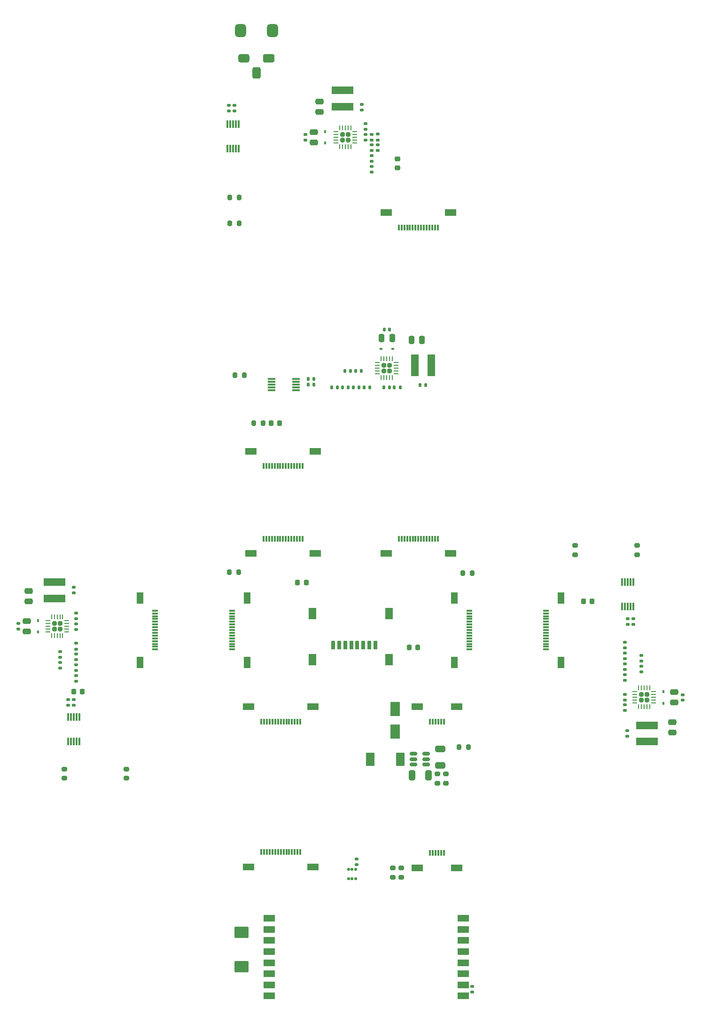
<source format=gbp>
G04 #@! TF.GenerationSoftware,KiCad,Pcbnew,(6.0.9)*
G04 #@! TF.CreationDate,2023-04-21T13:17:04-03:00*
G04 #@! TF.ProjectId,PANEL-COMPLETE,50414e45-4c2d-4434-9f4d-504c4554452e,Rev 3*
G04 #@! TF.SameCoordinates,Original*
G04 #@! TF.FileFunction,Paste,Bot*
G04 #@! TF.FilePolarity,Positive*
%FSLAX46Y46*%
G04 Gerber Fmt 4.6, Leading zero omitted, Abs format (unit mm)*
G04 Created by KiCad (PCBNEW (6.0.9)) date 2023-04-21 13:17:04*
%MOMM*%
%LPD*%
G01*
G04 APERTURE LIST*
G04 Aperture macros list*
%AMRoundRect*
0 Rectangle with rounded corners*
0 $1 Rounding radius*
0 $2 $3 $4 $5 $6 $7 $8 $9 X,Y pos of 4 corners*
0 Add a 4 corners polygon primitive as box body*
4,1,4,$2,$3,$4,$5,$6,$7,$8,$9,$2,$3,0*
0 Add four circle primitives for the rounded corners*
1,1,$1+$1,$2,$3*
1,1,$1+$1,$4,$5*
1,1,$1+$1,$6,$7*
1,1,$1+$1,$8,$9*
0 Add four rect primitives between the rounded corners*
20,1,$1+$1,$2,$3,$4,$5,0*
20,1,$1+$1,$4,$5,$6,$7,0*
20,1,$1+$1,$6,$7,$8,$9,0*
20,1,$1+$1,$8,$9,$2,$3,0*%
G04 Aperture macros list end*
%ADD10R,0.300000X1.000000*%
%ADD11R,2.000000X1.300000*%
%ADD12RoundRect,0.140000X-0.170000X0.140000X-0.170000X-0.140000X0.170000X-0.140000X0.170000X0.140000X0*%
%ADD13RoundRect,0.250000X0.475000X-0.250000X0.475000X0.250000X-0.475000X0.250000X-0.475000X-0.250000X0*%
%ADD14RoundRect,0.200000X0.200000X0.275000X-0.200000X0.275000X-0.200000X-0.275000X0.200000X-0.275000X0*%
%ADD15RoundRect,0.135000X0.185000X-0.135000X0.185000X0.135000X-0.185000X0.135000X-0.185000X-0.135000X0*%
%ADD16RoundRect,0.250000X0.325000X0.650000X-0.325000X0.650000X-0.325000X-0.650000X0.325000X-0.650000X0*%
%ADD17RoundRect,0.202500X0.202500X-0.202500X0.202500X0.202500X-0.202500X0.202500X-0.202500X-0.202500X0*%
%ADD18RoundRect,0.062500X0.062500X-0.375000X0.062500X0.375000X-0.062500X0.375000X-0.062500X-0.375000X0*%
%ADD19RoundRect,0.062500X0.375000X-0.062500X0.375000X0.062500X-0.375000X0.062500X-0.375000X-0.062500X0*%
%ADD20RoundRect,0.218750X0.256250X-0.218750X0.256250X0.218750X-0.256250X0.218750X-0.256250X-0.218750X0*%
%ADD21RoundRect,0.135000X-0.135000X-0.185000X0.135000X-0.185000X0.135000X0.185000X-0.135000X0.185000X0*%
%ADD22RoundRect,0.250000X-0.650000X0.325000X-0.650000X-0.325000X0.650000X-0.325000X0.650000X0.325000X0*%
%ADD23RoundRect,0.135000X-0.185000X0.135000X-0.185000X-0.135000X0.185000X-0.135000X0.185000X0.135000X0*%
%ADD24R,0.300000X1.400000*%
%ADD25RoundRect,0.135000X0.135000X0.185000X-0.135000X0.185000X-0.135000X-0.185000X0.135000X-0.185000X0*%
%ADD26RoundRect,0.200000X-0.275000X0.200000X-0.275000X-0.200000X0.275000X-0.200000X0.275000X0.200000X0*%
%ADD27RoundRect,0.200000X0.275000X-0.200000X0.275000X0.200000X-0.275000X0.200000X-0.275000X-0.200000X0*%
%ADD28R,3.890000X1.450000*%
%ADD29R,0.450000X0.600000*%
%ADD30R,1.000000X0.300000*%
%ADD31R,1.300000X2.000000*%
%ADD32RoundRect,0.140000X0.170000X-0.140000X0.170000X0.140000X-0.170000X0.140000X-0.170000X-0.140000X0*%
%ADD33RoundRect,0.250000X-1.025000X0.787500X-1.025000X-0.787500X1.025000X-0.787500X1.025000X0.787500X0*%
%ADD34R,1.400000X0.300000*%
%ADD35RoundRect,0.250000X-0.250000X-0.475000X0.250000X-0.475000X0.250000X0.475000X-0.250000X0.475000X0*%
%ADD36RoundRect,0.218750X0.218750X0.256250X-0.218750X0.256250X-0.218750X-0.256250X0.218750X-0.256250X0*%
%ADD37RoundRect,0.140000X0.140000X0.170000X-0.140000X0.170000X-0.140000X-0.170000X0.140000X-0.170000X0*%
%ADD38R,1.450000X3.890000*%
%ADD39RoundRect,0.200000X-0.200000X-0.275000X0.200000X-0.275000X0.200000X0.275000X-0.200000X0.275000X0*%
%ADD40R,0.600000X0.450000*%
%ADD41RoundRect,0.202500X0.202500X0.202500X-0.202500X0.202500X-0.202500X-0.202500X0.202500X-0.202500X0*%
%ADD42RoundRect,0.062500X0.375000X0.062500X-0.375000X0.062500X-0.375000X-0.062500X0.375000X-0.062500X0*%
%ADD43RoundRect,0.062500X0.062500X0.375000X-0.062500X0.375000X-0.062500X-0.375000X0.062500X-0.375000X0*%
%ADD44RoundRect,0.150000X0.512500X0.150000X-0.512500X0.150000X-0.512500X-0.150000X0.512500X-0.150000X0*%
%ADD45RoundRect,0.140000X-0.140000X-0.170000X0.140000X-0.170000X0.140000X0.170000X-0.140000X0.170000X0*%
%ADD46R,0.800000X1.500000*%
%ADD47R,1.450000X2.000000*%
%ADD48R,1.800000X2.500000*%
%ADD49RoundRect,0.500000X-0.500000X0.650000X-0.500000X-0.650000X0.500000X-0.650000X0.500000X0.650000X0*%
%ADD50RoundRect,0.375000X-0.375000X0.675000X-0.375000X-0.675000X0.375000X-0.675000X0.375000X0.675000X0*%
%ADD51RoundRect,0.385000X-0.665000X0.385000X-0.665000X-0.385000X0.665000X-0.385000X0.665000X0.385000X0*%
%ADD52RoundRect,0.375000X-0.625000X0.375000X-0.625000X-0.375000X0.625000X-0.375000X0.625000X0.375000X0*%
%ADD53RoundRect,0.202500X-0.202500X0.202500X-0.202500X-0.202500X0.202500X-0.202500X0.202500X0.202500X0*%
%ADD54RoundRect,0.062500X-0.062500X0.375000X-0.062500X-0.375000X0.062500X-0.375000X0.062500X0.375000X0*%
%ADD55RoundRect,0.062500X-0.375000X0.062500X-0.375000X-0.062500X0.375000X-0.062500X0.375000X0.062500X0*%
%ADD56RoundRect,0.250000X-0.475000X0.250000X-0.475000X-0.250000X0.475000X-0.250000X0.475000X0.250000X0*%
%ADD57RoundRect,0.125000X-0.125000X-0.125000X0.125000X-0.125000X0.125000X0.125000X-0.125000X0.125000X0*%
%ADD58RoundRect,0.218750X-0.218750X-0.256250X0.218750X-0.256250X0.218750X0.256250X-0.218750X0.256250X0*%
%ADD59RoundRect,0.250000X0.250000X0.475000X-0.250000X0.475000X-0.250000X-0.475000X0.250000X-0.475000X0*%
%ADD60R,1.500000X2.400000*%
G04 APERTURE END LIST*
D10*
X212679400Y-99254600D03*
X213179400Y-99254600D03*
X213679400Y-99254600D03*
X214179400Y-99254600D03*
X214679400Y-99254600D03*
X215179400Y-99254600D03*
X215679400Y-99254600D03*
X216179400Y-99254600D03*
X216679400Y-99254600D03*
X217179400Y-99254600D03*
X217679400Y-99254600D03*
X218179400Y-99254600D03*
X218679400Y-99254600D03*
X219179400Y-99254600D03*
X219679400Y-99254600D03*
D11*
X210379400Y-96554600D03*
X221979400Y-96554600D03*
D12*
X195852025Y-82522600D03*
X195852025Y-83482600D03*
D13*
X197350625Y-83962800D03*
X197350625Y-82062800D03*
D14*
X183898325Y-93878400D03*
X182248325Y-93878400D03*
D15*
X154560126Y-169687925D03*
X154560126Y-168667925D03*
X151617650Y-178603325D03*
X151617650Y-177583325D03*
D16*
X217984600Y-197942200D03*
X215034600Y-197942200D03*
D17*
X257373850Y-184367925D03*
X257373850Y-183367925D03*
X256373850Y-183367925D03*
X256373850Y-184367925D03*
D18*
X257873850Y-185555425D03*
X257373850Y-185555425D03*
X256873850Y-185555425D03*
X256373850Y-185555425D03*
X255873850Y-185555425D03*
D19*
X255186350Y-184867925D03*
X255186350Y-184367925D03*
X255186350Y-183867925D03*
X255186350Y-183367925D03*
X255186350Y-182867925D03*
D18*
X255873850Y-182180425D03*
X256373850Y-182180425D03*
X256873850Y-182180425D03*
X257373850Y-182180425D03*
X257873850Y-182180425D03*
D19*
X258561350Y-182867925D03*
X258561350Y-183367925D03*
X258561350Y-183867925D03*
X258561350Y-184367925D03*
X258561350Y-184867925D03*
D20*
X212471000Y-88493700D03*
X212471000Y-86918700D03*
D21*
X209954200Y-128037476D03*
X210974200Y-128037476D03*
D22*
X220167200Y-193165200D03*
X220167200Y-196115200D03*
D23*
X207787525Y-86330600D03*
X207787525Y-87350600D03*
X182080225Y-77214000D03*
X182080225Y-78234000D03*
D21*
X204899600Y-125095000D03*
X205919600Y-125095000D03*
D23*
X205030200Y-212941682D03*
X205030200Y-213961682D03*
D10*
X187918925Y-188208854D03*
X188418925Y-188208854D03*
X188918925Y-188208854D03*
X189418925Y-188208854D03*
X189918925Y-188208854D03*
X190418925Y-188208854D03*
X190918925Y-188208854D03*
X191418925Y-188208854D03*
X191918925Y-188208854D03*
X192418925Y-188208854D03*
X192918925Y-188208854D03*
X193418925Y-188208854D03*
X193918925Y-188208854D03*
X194418925Y-188208854D03*
X194918925Y-188208854D03*
D11*
X185618925Y-185508854D03*
X197218925Y-185508854D03*
D24*
X155085103Y-191843725D03*
X154585103Y-191843725D03*
X154085103Y-191843725D03*
X153585103Y-191843725D03*
X153085103Y-191843725D03*
X153085103Y-187443725D03*
X153585103Y-187443725D03*
X154085103Y-187443725D03*
X154585103Y-187443725D03*
X155085103Y-187443725D03*
D12*
X253847597Y-189892325D03*
X253847597Y-190852325D03*
D25*
X205487800Y-128037476D03*
X204467800Y-128037476D03*
D23*
X154560126Y-179945525D03*
X154560126Y-180965525D03*
D26*
X221183200Y-197676000D03*
X221183200Y-199326000D03*
D10*
X194918925Y-211743925D03*
X194418925Y-211743925D03*
X193918925Y-211743925D03*
X193418925Y-211743925D03*
X192918925Y-211743925D03*
X192418925Y-211743925D03*
X191918925Y-211743925D03*
X191418925Y-211743925D03*
X190918925Y-211743925D03*
X190418925Y-211743925D03*
X189918925Y-211743925D03*
X189418925Y-211743925D03*
X188918925Y-211743925D03*
X188418925Y-211743925D03*
X187918925Y-211743925D03*
D11*
X197218925Y-214443925D03*
X185618925Y-214443925D03*
D15*
X254914397Y-170693925D03*
X254914397Y-169673925D03*
D27*
X211632800Y-216242400D03*
X211632800Y-214592400D03*
D28*
X202506825Y-77475600D03*
X202506825Y-74525600D03*
D25*
X207420200Y-128037476D03*
X206400200Y-128037476D03*
D10*
X219690325Y-155274325D03*
X219190325Y-155274325D03*
X218690325Y-155274325D03*
X218190325Y-155274325D03*
X217690325Y-155274325D03*
X217190325Y-155274325D03*
X216690325Y-155274325D03*
X216190325Y-155274325D03*
X215690325Y-155274325D03*
X215190325Y-155274325D03*
X214690325Y-155274325D03*
X214190325Y-155274325D03*
X213690325Y-155274325D03*
X213190325Y-155274325D03*
X212690325Y-155274325D03*
D11*
X221990325Y-157974325D03*
X210390325Y-157974325D03*
D23*
X208862925Y-82456200D03*
X208862925Y-83476200D03*
X206705552Y-82477400D03*
X206705552Y-83497400D03*
D10*
X220812125Y-211843925D03*
X220312125Y-211843925D03*
X219812125Y-211843925D03*
X219312125Y-211843925D03*
X218812125Y-211843925D03*
X218312125Y-211843925D03*
D11*
X223112125Y-214543925D03*
X216012125Y-214543925D03*
D10*
X188306325Y-142234125D03*
X188806325Y-142234125D03*
X189306325Y-142234125D03*
X189806325Y-142234125D03*
X190306325Y-142234125D03*
X190806325Y-142234125D03*
X191306325Y-142234125D03*
X191806325Y-142234125D03*
X192306325Y-142234125D03*
X192806325Y-142234125D03*
X193306325Y-142234125D03*
X193806325Y-142234125D03*
X194306325Y-142234125D03*
X194806325Y-142234125D03*
X195306325Y-142234125D03*
D11*
X186006325Y-139534125D03*
X197606325Y-139534125D03*
D29*
X147655250Y-172107525D03*
X147655250Y-170007525D03*
D30*
X225365600Y-175245525D03*
X225365600Y-174745525D03*
X225365600Y-174245525D03*
X225365600Y-173745525D03*
X225365600Y-173245525D03*
X225365600Y-172745525D03*
X225365600Y-172245525D03*
X225365600Y-171745525D03*
X225365600Y-171245525D03*
X225365600Y-170745525D03*
X225365600Y-170245525D03*
X225365600Y-169745525D03*
X225365600Y-169245525D03*
X225365600Y-168745525D03*
X225365600Y-168245525D03*
D31*
X222665600Y-177545525D03*
X222665600Y-165945525D03*
D32*
X263854604Y-184347925D03*
X263854604Y-183387925D03*
D23*
X154560126Y-176084725D03*
X154560126Y-177104725D03*
D25*
X201627000Y-128037476D03*
X200607000Y-128037476D03*
D15*
X151617650Y-176672925D03*
X151617650Y-175652925D03*
D23*
X154560126Y-178015125D03*
X154560126Y-179035125D03*
D14*
X183898325Y-98526600D03*
X182248325Y-98526600D03*
D21*
X202969200Y-125095000D03*
X203989200Y-125095000D03*
D33*
X184340000Y-226150000D03*
X184340000Y-232375000D03*
D29*
X199357225Y-84062800D03*
X199357225Y-81962800D03*
D23*
X253423374Y-183307125D03*
X253423374Y-184327125D03*
D27*
X219633800Y-199326000D03*
X219633800Y-197676000D03*
D15*
X225860000Y-236900000D03*
X225860000Y-235880000D03*
D34*
X189728800Y-128562453D03*
X189728800Y-128062453D03*
X189728800Y-127562453D03*
X189728800Y-127062453D03*
X189728800Y-126562453D03*
X194128800Y-126562453D03*
X194128800Y-127062453D03*
X194128800Y-127562453D03*
X194128800Y-128062453D03*
X194128800Y-128562453D03*
D30*
X168756775Y-175245525D03*
X168756775Y-174745525D03*
X168756775Y-174245525D03*
X168756775Y-173745525D03*
X168756775Y-173245525D03*
X168756775Y-172745525D03*
X168756775Y-172245525D03*
X168756775Y-171745525D03*
X168756775Y-171245525D03*
X168756775Y-170745525D03*
X168756775Y-170245525D03*
X168756775Y-169745525D03*
X168756775Y-169245525D03*
X168756775Y-168745525D03*
X168756775Y-168245525D03*
D31*
X166056775Y-177545525D03*
X166056775Y-165945525D03*
D21*
X211884600Y-128037476D03*
X212904600Y-128037476D03*
D35*
X209565000Y-119126000D03*
X211465000Y-119126000D03*
D23*
X256365850Y-178252525D03*
X256365850Y-179272525D03*
D30*
X182626725Y-168245525D03*
X182626725Y-168745525D03*
X182626725Y-169245525D03*
X182626725Y-169745525D03*
X182626725Y-170245525D03*
X182626725Y-170745525D03*
X182626725Y-171245525D03*
X182626725Y-171745525D03*
X182626725Y-172245525D03*
X182626725Y-172745525D03*
X182626725Y-173245525D03*
X182626725Y-173745525D03*
X182626725Y-174245525D03*
X182626725Y-174745525D03*
X182626725Y-175245525D03*
D31*
X185326725Y-165945525D03*
X185326725Y-177545525D03*
D23*
X153069103Y-184231525D03*
X153069103Y-185251525D03*
D36*
X155651300Y-182829200D03*
X154076300Y-182829200D03*
D25*
X197341000Y-126546453D03*
X196321000Y-126546453D03*
D29*
X260328250Y-182817925D03*
X260328250Y-184917925D03*
D14*
X183781200Y-161366200D03*
X182131200Y-161366200D03*
D37*
X210995000Y-117606246D03*
X210035000Y-117606246D03*
D13*
X145648650Y-172007525D03*
X145648650Y-170107525D03*
D26*
X255612050Y-156513175D03*
X255612050Y-158163175D03*
D38*
X215544400Y-124079000D03*
X218494400Y-124079000D03*
D12*
X144128896Y-170577525D03*
X144128896Y-171537525D03*
D24*
X252898397Y-163081725D03*
X253398397Y-163081725D03*
X253898397Y-163081725D03*
X254398397Y-163081725D03*
X254898397Y-163081725D03*
X254898397Y-167481725D03*
X254398397Y-167481725D03*
X253898397Y-167481725D03*
X253398397Y-167481725D03*
X252898397Y-167481725D03*
D32*
X206034925Y-78077000D03*
X206034925Y-77117000D03*
D15*
X253898397Y-170693925D03*
X253898397Y-169673925D03*
X253423374Y-174979925D03*
X253423374Y-173959925D03*
D23*
X207787525Y-82469800D03*
X207787525Y-83489800D03*
X207787525Y-84400200D03*
X207787525Y-85420200D03*
D39*
X183160250Y-125848800D03*
X184810250Y-125848800D03*
D15*
X253423374Y-180773125D03*
X253423374Y-179753125D03*
D23*
X207787525Y-88261000D03*
X207787525Y-89281000D03*
D32*
X154135903Y-165033125D03*
X154135903Y-164073125D03*
D23*
X208862925Y-84386600D03*
X208862925Y-85406600D03*
D39*
X223558600Y-192862200D03*
X225208600Y-192862200D03*
D40*
X209465000Y-121132600D03*
X211565000Y-121132600D03*
D41*
X211015000Y-124087000D03*
X210015000Y-124087000D03*
X211015000Y-125087000D03*
X210015000Y-125087000D03*
D42*
X212202500Y-123587000D03*
X212202500Y-124087000D03*
X212202500Y-124587000D03*
X212202500Y-125087000D03*
X212202500Y-125587000D03*
D43*
X211515000Y-126274500D03*
X211015000Y-126274500D03*
X210515000Y-126274500D03*
X210015000Y-126274500D03*
X209515000Y-126274500D03*
D42*
X208827500Y-125587000D03*
X208827500Y-125087000D03*
X208827500Y-124587000D03*
X208827500Y-124087000D03*
X208827500Y-123587000D03*
D43*
X209515000Y-122899500D03*
X210015000Y-122899500D03*
X210515000Y-122899500D03*
X211015000Y-122899500D03*
X211515000Y-122899500D03*
D36*
X216103300Y-174904400D03*
X214528300Y-174904400D03*
D44*
X217596300Y-194045800D03*
X217596300Y-194995800D03*
X217596300Y-195945800D03*
X215321300Y-195945800D03*
X215321300Y-194995800D03*
X215321300Y-194045800D03*
D45*
X216539400Y-127613253D03*
X217499400Y-127613253D03*
D46*
X200798325Y-174491589D03*
X201898325Y-174491589D03*
X202998325Y-174491589D03*
X204098325Y-174491589D03*
X205198325Y-174491589D03*
X206298325Y-174491589D03*
X207398325Y-174491589D03*
X208498325Y-174491589D03*
D47*
X210873325Y-177091589D03*
X197123325Y-177091589D03*
X197123325Y-168791589D03*
X210873325Y-168791589D03*
D48*
X211988400Y-185992000D03*
X211988400Y-189992000D03*
D25*
X203557400Y-128037476D03*
X202537400Y-128037476D03*
D49*
X189875000Y-63825000D03*
X184175000Y-63825000D03*
D50*
X187025000Y-71375000D03*
D51*
X189275000Y-68825000D03*
D52*
X184775000Y-68825000D03*
D39*
X224244400Y-161493200D03*
X225894400Y-161493200D03*
D27*
X163547450Y-198412275D03*
X163547450Y-196762275D03*
D11*
X224325000Y-223650000D03*
X224325000Y-225650000D03*
X224325000Y-227650000D03*
X224325000Y-229650000D03*
X224325000Y-231650000D03*
X224325000Y-233650000D03*
X224325000Y-235650000D03*
X224325000Y-237650000D03*
X189325000Y-237650000D03*
X189325000Y-235650000D03*
X189325000Y-233650000D03*
X189325000Y-231650000D03*
X189325000Y-229650000D03*
X189325000Y-227650000D03*
X189325000Y-225650000D03*
X189325000Y-223650000D03*
D53*
X151609650Y-170557525D03*
X150609650Y-171557525D03*
X151609650Y-171557525D03*
X150609650Y-170557525D03*
D54*
X150109650Y-169370025D03*
X150609650Y-169370025D03*
X151109650Y-169370025D03*
X151609650Y-169370025D03*
X152109650Y-169370025D03*
D55*
X152797150Y-170057525D03*
X152797150Y-170557525D03*
X152797150Y-171057525D03*
X152797150Y-171557525D03*
X152797150Y-172057525D03*
D54*
X152109650Y-172745025D03*
X151609650Y-172745025D03*
X151109650Y-172745025D03*
X150609650Y-172745025D03*
X150109650Y-172745025D03*
D55*
X149422150Y-172057525D03*
X149422150Y-171557525D03*
X149422150Y-171057525D03*
X149422150Y-170557525D03*
X149422150Y-170057525D03*
D10*
X195306325Y-155274325D03*
X194806325Y-155274325D03*
X194306325Y-155274325D03*
X193806325Y-155274325D03*
X193306325Y-155274325D03*
X192806325Y-155274325D03*
X192306325Y-155274325D03*
X191806325Y-155274325D03*
X191306325Y-155274325D03*
X190806325Y-155274325D03*
X190306325Y-155274325D03*
X189806325Y-155274325D03*
X189306325Y-155274325D03*
X188806325Y-155274325D03*
X188306325Y-155274325D03*
D11*
X197606325Y-157974325D03*
X186006325Y-157974325D03*
D53*
X203514825Y-82487400D03*
X202514825Y-82487400D03*
X203514825Y-83487400D03*
X202514825Y-83487400D03*
D54*
X202014825Y-81299900D03*
X202514825Y-81299900D03*
X203014825Y-81299900D03*
X203514825Y-81299900D03*
X204014825Y-81299900D03*
D55*
X204702325Y-81987400D03*
X204702325Y-82487400D03*
X204702325Y-82987400D03*
X204702325Y-83487400D03*
X204702325Y-83987400D03*
D54*
X204014825Y-84674900D03*
X203514825Y-84674900D03*
X203014825Y-84674900D03*
X202514825Y-84674900D03*
X202014825Y-84674900D03*
D55*
X201327325Y-83987400D03*
X201327325Y-83487400D03*
X201327325Y-82987400D03*
X201327325Y-82487400D03*
X201327325Y-81987400D03*
D23*
X154085103Y-184231525D03*
X154085103Y-185251525D03*
D56*
X198417425Y-76575600D03*
X198417425Y-78475600D03*
D25*
X197341000Y-127562453D03*
X196321000Y-127562453D03*
D57*
X203616800Y-214846800D03*
X203616800Y-216546800D03*
X204266800Y-214846800D03*
X204266800Y-216546800D03*
X204916800Y-214846800D03*
X204916800Y-216546800D03*
D10*
X218312125Y-188235925D03*
X218812125Y-188235925D03*
X219312125Y-188235925D03*
X219812125Y-188235925D03*
X220312125Y-188235925D03*
X220812125Y-188235925D03*
D11*
X216012125Y-185535925D03*
X223112125Y-185535925D03*
D28*
X150601650Y-166028125D03*
X150601650Y-163078125D03*
D24*
X183830000Y-85010000D03*
X183330000Y-85010000D03*
X182830000Y-85010000D03*
X182330000Y-85010000D03*
X181830000Y-85010000D03*
X181830000Y-80610000D03*
X182330000Y-80610000D03*
X182830000Y-80610000D03*
X183330000Y-80610000D03*
X183830000Y-80610000D03*
D36*
X191211300Y-134467600D03*
X189636300Y-134467600D03*
D28*
X257381850Y-188897325D03*
X257381850Y-191847325D03*
D27*
X213156800Y-216242400D03*
X213156800Y-214592400D03*
D15*
X253423374Y-178840725D03*
X253423374Y-177820725D03*
D58*
X194436900Y-163195000D03*
X196011900Y-163195000D03*
D56*
X262334850Y-182917925D03*
X262334850Y-184817925D03*
D23*
X183096225Y-77214000D03*
X183096225Y-78234000D03*
D58*
X245948100Y-166573200D03*
X247523100Y-166573200D03*
D56*
X146004250Y-164695325D03*
X146004250Y-166595325D03*
D23*
X206705552Y-80547000D03*
X206705552Y-81567000D03*
X154560126Y-174152325D03*
X154560126Y-175172325D03*
D59*
X216877200Y-119481600D03*
X214977200Y-119481600D03*
D15*
X154560126Y-171618325D03*
X154560126Y-170598325D03*
D30*
X239226725Y-168245525D03*
X239226725Y-168745525D03*
X239226725Y-169245525D03*
X239226725Y-169745525D03*
X239226725Y-170245525D03*
X239226725Y-170745525D03*
X239226725Y-171245525D03*
X239226725Y-171745525D03*
X239226725Y-172245525D03*
X239226725Y-172745525D03*
X239226725Y-173245525D03*
X239226725Y-173745525D03*
X239226725Y-174245525D03*
X239226725Y-174745525D03*
X239226725Y-175245525D03*
D31*
X241926725Y-165945525D03*
X241926725Y-177545525D03*
D13*
X261979250Y-190230125D03*
X261979250Y-188330125D03*
D26*
X244436050Y-156513175D03*
X244436050Y-158163175D03*
D39*
X186550800Y-134467600D03*
X188200800Y-134467600D03*
D23*
X253423374Y-185237525D03*
X253423374Y-186257525D03*
D15*
X253423374Y-176910325D03*
X253423374Y-175890325D03*
D60*
X207485800Y-194995800D03*
X212985800Y-194995800D03*
D27*
X152371450Y-198412275D03*
X152371450Y-196762275D03*
D23*
X256365850Y-176322125D03*
X256365850Y-177342125D03*
M02*

</source>
